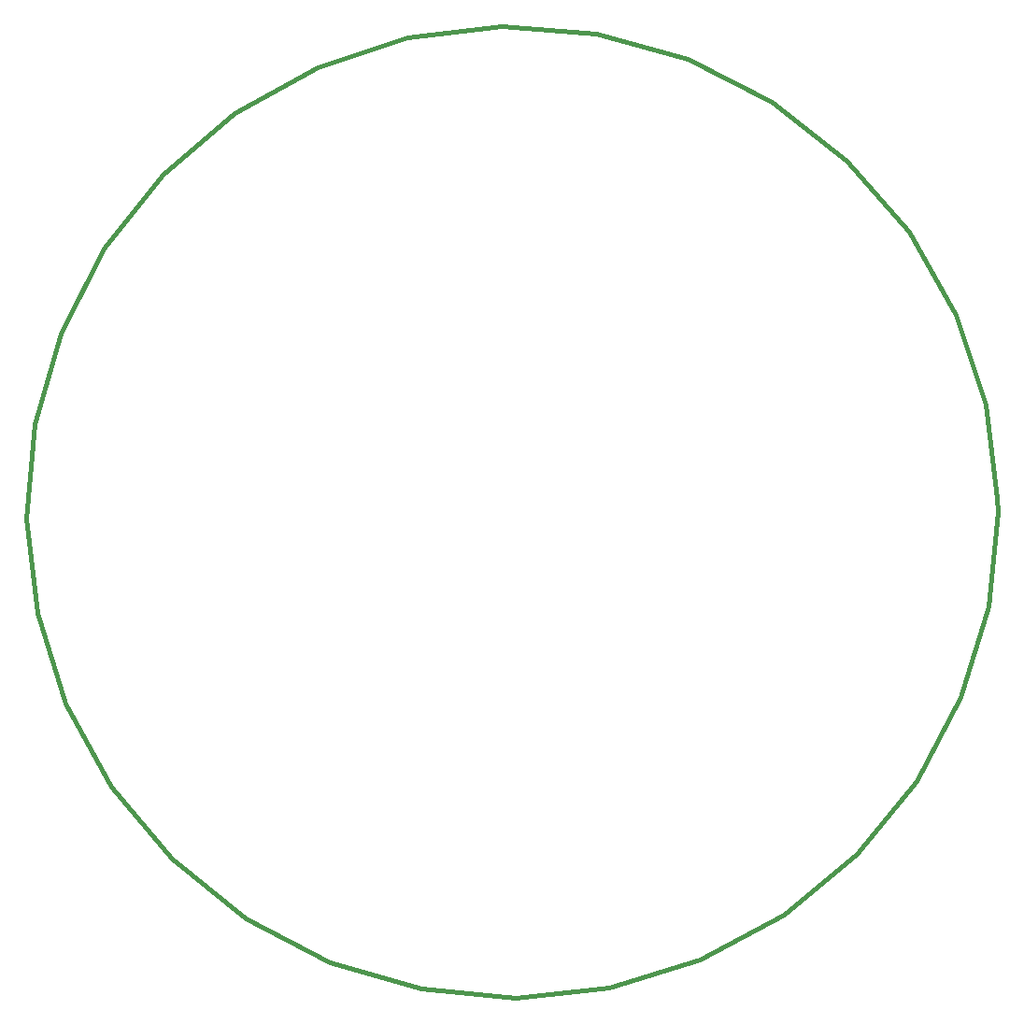
<source format=gbr>
G04 (created by PCBNEW-RS274X (2012-01-19 BZR 3256)-stable) date 5/16/2012 8:33:29 PM*
G01*
G70*
G90*
%MOIN*%
G04 Gerber Fmt 3.4, Leading zero omitted, Abs format*
%FSLAX34Y34*%
G04 APERTURE LIST*
%ADD10C,0.006000*%
%ADD11C,0.015000*%
G04 APERTURE END LIST*
G54D10*
G54D11*
X56693Y-39370D02*
X56363Y-42734D01*
X55385Y-45971D01*
X53798Y-48956D01*
X51661Y-51576D01*
X49056Y-53731D01*
X46082Y-55339D01*
X42853Y-56339D01*
X39490Y-56692D01*
X36124Y-56386D01*
X32881Y-55431D01*
X29885Y-53865D01*
X27250Y-51746D01*
X25077Y-49156D01*
X23448Y-46194D01*
X22426Y-42971D01*
X22049Y-39611D01*
X22332Y-36243D01*
X23264Y-32993D01*
X24809Y-29986D01*
X26909Y-27337D01*
X29484Y-25146D01*
X32435Y-23496D01*
X35651Y-22452D01*
X39008Y-22051D01*
X42378Y-22311D01*
X45634Y-23220D01*
X48652Y-24744D01*
X51316Y-26826D01*
X53525Y-29385D01*
X55195Y-32325D01*
X56262Y-35533D01*
X56686Y-38887D01*
X56693Y-39370D01*
M02*

</source>
